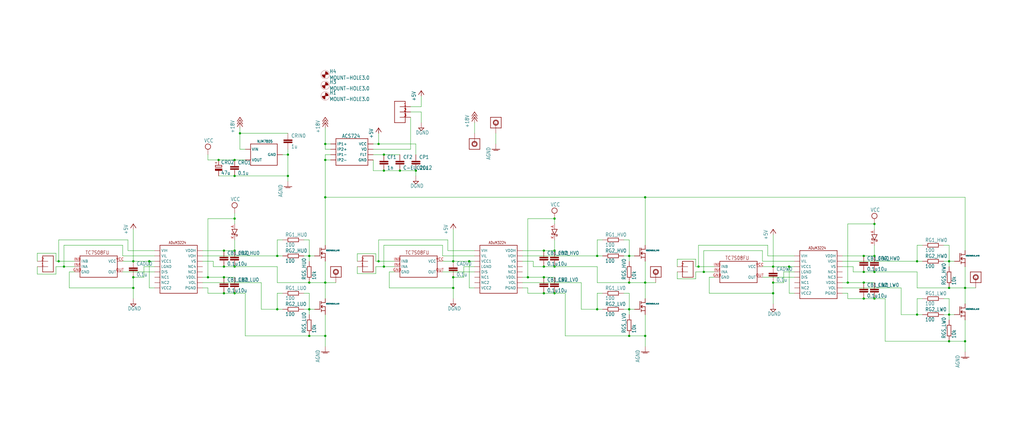
<source format=kicad_sch>
(kicad_sch (version 20211123) (generator eeschema)
  (paper "User" 487.807 210.007)
  (lib_symbols
    (symbol "motordriver_v3-eagle-import:+18V" (power)
      (property "Value" "+18V" (at -2.54 -5.08 90))
      (symbol "+18V_1_0"
        (pin power_in line (at 0 -2.54 90) (length 2.54) (name "+18V") (number "1"))
      )
    )
    (symbol "motordriver_v3-eagle-import:+5V" (power)
      (property "Value" "+5V" (at -2.54 -5.08 90))
      (symbol "+5V_1_0"
        (pin power_in line (at 0 -2.54 90) (length 2.54) (name "+5V") (number "1"))
      )
    )
    (symbol "motordriver_v3-eagle-import:ACS724"
      (symbol "ACS724_1_0"
        (pin bidirectional line (at 15.24 -7.62 180) (length 2.54) (name "FLT") (number "FLT"))
        (pin bidirectional line (at 15.24 -10.16 180) (length 2.54) (name "GND") (number "GND"))
        (pin bidirectional line (at -5.08 -2.54 0) (length 2.54) (name "IP1+") (number "IP1+"))
        (pin bidirectional line (at -5.08 -7.62 0) (length 2.54) (name "IP1-") (number "IP1-"))
        (pin bidirectional line (at -5.08 -5.08 0) (length 2.54) (name "IP2+") (number "IP2+"))
        (pin bidirectional line (at -5.08 -10.16 0) (length 2.54) (name "IP2-") (number "IP2-"))
        (pin bidirectional line (at 15.24 -2.54 180) (length 2.54) (name "VCC") (number "VCC"))
        (pin bidirectional line (at 15.24 -5.08 180) (length 2.54) (name "VO") (number "VO"))
      )
    )
    (symbol "motordriver_v3-eagle-import:ADUM3224"
      (symbol "ADUM3224_1_0"
        (text "ADuM3224" (at 4.064 3.048 0) (effects (font (size 1.27 1.0795)) (justify left bottom)))
        (pin bidirectional line (at -2.54 -10.16 0) (length 2.54) (name "DIS") (number "DIS"))
        (pin bidirectional line (at -2.54 -7.62 0) (length 2.54) (name "LGND") (number "LGND"))
        (pin bidirectional line (at -2.54 -12.7 0) (length 2.54) (name "NC1") (number "NC1"))
        (pin bidirectional line (at -2.54 -15.24 0) (length 2.54) (name "NC2") (number "NC2"))
        (pin bidirectional line (at 20.32 -10.16 180) (length 2.54) (name "NC3") (number "NC3"))
        (pin bidirectional line (at 20.32 -7.62 180) (length 2.54) (name "NC4") (number "NC4"))
        (pin bidirectional line (at 20.32 -17.78 180) (length 2.54) (name "PGND") (number "PGND"))
        (pin bidirectional line (at -2.54 -5.08 0) (length 2.54) (name "VCC1") (number "VCC1"))
        (pin bidirectional line (at -2.54 -17.78 0) (length 2.54) (name "VCC2") (number "VCC2"))
        (pin bidirectional line (at 20.32 0 180) (length 2.54) (name "VDDH") (number "VDDH"))
        (pin bidirectional line (at 20.32 -12.7 180) (length 2.54) (name "VDDL") (number "VDDL"))
        (pin bidirectional line (at -2.54 0 0) (length 2.54) (name "VIH") (number "VIH"))
        (pin bidirectional line (at -2.54 -2.54 0) (length 2.54) (name "VIL") (number "VIL"))
        (pin bidirectional line (at 20.32 -2.54 180) (length 2.54) (name "VOH") (number "VOH"))
        (pin bidirectional line (at 20.32 -15.24 180) (length 2.54) (name "VOL") (number "VOL"))
        (pin bidirectional line (at 20.32 -5.08 180) (length 2.54) (name "VS") (number "VS"))
      )
    )
    (symbol "motordriver_v3-eagle-import:AGND" (power)
      (property "Value" "AGND" (at -2.54 -5.08 90))
      (symbol "AGND_1_0"
        (pin power_in line (at 0 2.54 270) (length 2.54) (name "AGND") (number "1"))
      )
    )
    (symbol "motordriver_v3-eagle-import:B2B-XH-A"
      (symbol "B2B-XH-A_1_0"
        (pin bidirectional line (at 2.54 2.54 270) (length 5.08) (name "1") (number "1"))
        (pin bidirectional line (at 5.08 2.54 270) (length 5.08) (name "2") (number "2"))
      )
    )
    (symbol "motordriver_v3-eagle-import:B3B-XH-A"
      (symbol "B3B-XH-A_1_0"
        (pin bidirectional line (at -2.54 2.54 270) (length 5.08) (name "1") (number "1"))
        (pin bidirectional line (at 0 2.54 270) (length 5.08) (name "2") (number "2"))
        (pin bidirectional line (at 2.54 2.54 270) (length 5.08) (name "3") (number "3"))
      )
    )
    (symbol "motordriver_v3-eagle-import:C-EUC1608"
      (property "Reference" "C" (at 1.524 0.381 0))
      (property "Value" "C-EUC1608" (at 1.524 -4.699 0))
      (symbol "C-EUC1608_1_0"
        (pin passive line (at 0 2.54 270) (length 2.54) (name "1") (number "1"))
        (pin passive line (at 0 -5.08 90) (length 2.54) (name "2") (number "2"))
      )
    )
    (symbol "motordriver_v3-eagle-import:C-EUC2012"
      (property "Reference" "C" (at 1.524 0.381 0))
      (property "Value" "C-EUC2012" (at 1.524 -4.699 0))
      (symbol "C-EUC2012_1_0"
        (pin passive line (at 0 2.54 270) (length 2.54) (name "1") (number "1"))
        (pin passive line (at 0 -5.08 90) (length 2.54) (name "2") (number "2"))
      )
    )
    (symbol "motordriver_v3-eagle-import:C-EUC3225"
      (property "Reference" "C" (at 1.524 0.381 0))
      (property "Value" "C-EUC3225" (at 1.524 -4.699 0))
      (symbol "C-EUC3225_1_0"
        (pin passive line (at 0 2.54 270) (length 2.54) (name "1") (number "1"))
        (pin passive line (at 0 -5.08 90) (length 2.54) (name "2") (number "2"))
      )
    )
    (symbol "motordriver_v3-eagle-import:CPOL-EUE2-5"
      (property "Reference" "C" (at 1.143 0.4826 0))
      (property "Value" "CPOL-EUE2-5" (at 1.143 -4.5974 0))
      (symbol "CPOL-EUE2-5_1_0"
        (text "+" (at -0.5842 0.4064 900) (effects (font (size 1.27 1.0795)) (justify left bottom)))
        (pin passive line (at 0 2.54 270) (length 2.54) (name "+") (number "+"))
        (pin passive line (at 0 -5.08 90) (length 2.54) (name "-") (number "-"))
      )
    )
    (symbol "motordriver_v3-eagle-import:DGND" (power)
      (property "Value" "DGND" (at -2.667 -3.175 0))
      (symbol "DGND_1_0"
        (pin power_in line (at 0 2.54 270) (length 2.54) (name "DGND") (number "1"))
      )
    )
    (symbol "motordriver_v3-eagle-import:MOUNT-HOLE3.0"
      (property "Reference" "H" (at 2.032 0.5842 0))
      (property "Value" "MOUNT-HOLE3.0" (at 2.032 -2.4638 0))
    )
    (symbol "motordriver_v3-eagle-import:ND52N6SLG"
      (symbol "ND52N6SLG_1_0"
        (pin bidirectional line (at -5.08 -5.08 0) (length 0) (name "G") (number "1"))
        (pin bidirectional line (at 0 -7.62 0) (length 0) (name "S") (number "3"))
        (pin bidirectional line (at 0 0 0) (length 0) (name "D") (number "4"))
      )
    )
    (symbol "motordriver_v3-eagle-import:NJM7805SDL1"
      (symbol "NJM7805SDL1_1_0"
        (pin bidirectional line (at -2.54 -2.54 0) (length 2.54) (name "VIN") (number "1"))
        (pin bidirectional line (at 15.24 -5.08 180) (length 2.54) (name "GND") (number "2"))
        (pin bidirectional line (at -2.54 -7.62 0) (length 2.54) (name "VOUT") (number "3"))
      )
    )
    (symbol "motordriver_v3-eagle-import:PV-3"
      (symbol "PV-3_1_0"
        (pin bidirectional line (at 2.54 -7.62 90) (length 5.08) (name "P$1") (number "P$1"))
      )
    )
    (symbol "motordriver_v3-eagle-import:R-EU_R3216"
      (property "Reference" "R" (at -3.81 1.4986 0))
      (property "Value" "R-EU_R3216" (at -3.81 -3.302 0))
      (symbol "R-EU_R3216_1_0"
        (pin passive line (at -5.08 0 0) (length 2.54) (name "1") (number "1"))
        (pin passive line (at 5.08 0 180) (length 2.54) (name "2") (number "2"))
      )
    )
    (symbol "motordriver_v3-eagle-import:SBR1U200P1"
      (symbol "SBR1U200P1_1_0"
        (pin bidirectional line (at -2.54 0 0) (length 2.54) (name "A") (number "A"))
        (pin bidirectional line (at 5.08 0 180) (length 2.54) (name "K") (number "K"))
      )
    )
    (symbol "motordriver_v3-eagle-import:TC7S08FU"
      (symbol "TC7S08FU_1_0"
        (text "TC7S08FU" (at 2.54 3.048 0) (effects (font (size 1.778 1.5113)) (justify left bottom)))
        (pin bidirectional line (at -2.54 -5.08 0) (length 2.54) (name "GND") (number "GND"))
        (pin bidirectional line (at -2.54 -2.54 0) (length 2.54) (name "INA") (number "INA"))
        (pin bidirectional line (at -2.54 0 0) (length 2.54) (name "INB") (number "INB"))
        (pin bidirectional line (at 20.32 -5.08 180) (length 2.54) (name "OUT") (number "OUT"))
        (pin bidirectional line (at 20.32 0 180) (length 2.54) (name "VCC") (number "VCC"))
      )
    )
    (symbol "motordriver_v3-eagle-import:VCC" (power)
      (property "Value" "VCC" (at -1.905 3.175 0))
      (symbol "VCC_1_0"
        (pin power_in line (at 0 -2.54 90) (length 2.54) (name "VCC") (number "1"))
      )
    )
  )
  (junction (at 111.76 119.38))
  (junction (at 284.48 121.92))
  (junction (at 104.14 76.2))
  (junction (at 368.3 134.62))
  (junction (at 436.88 124.46))
  (junction (at 132.08 121.92))
  (junction (at 154.94 76.2))
  (junction (at 416.56 106.68))
  (junction (at 106.68 119.38))
  (junction (at 154.94 93.98))
  (junction (at 111.76 76.2))
  (junction (at 299.72 160.02))
  (junction (at 284.48 147.32))
  (junction (at 106.68 132.08))
  (junction (at 111.76 139.7))
  (junction (at 223.52 124.46))
  (junction (at 411.48 134.62))
  (junction (at 403.86 134.62))
  (junction (at 190.5 81.28))
  (junction (at 180.34 124.46))
  (junction (at 259.08 139.7))
  (junction (at 299.72 121.92))
  (junction (at 63.5 124.46))
  (junction (at 182.88 73.66))
  (junction (at 452.12 149.86))
  (junction (at 452.12 162.56))
  (junction (at 147.32 147.32))
  (junction (at 459.74 162.56))
  (junction (at 182.88 81.28))
  (junction (at 264.16 127))
  (junction (at 27.94 124.46))
  (junction (at 299.72 147.32))
  (junction (at 106.68 127))
  (junction (at 416.56 142.24))
  (junction (at 215.9 124.46))
  (junction (at 147.32 160.02))
  (junction (at 111.76 104.14))
  (junction (at 111.76 83.82))
  (junction (at 147.32 121.92))
  (junction (at 198.12 81.28))
  (junction (at 154.94 160.02))
  (junction (at 416.56 121.92))
  (junction (at 264.16 104.14))
  (junction (at 71.12 124.46))
  (junction (at 154.94 68.58))
  (junction (at 30.48 127))
  (junction (at 137.16 83.82))
  (junction (at 63.5 137.16))
  (junction (at 307.34 134.62))
  (junction (at 182.88 127))
  (junction (at 307.34 93.98))
  (junction (at 147.32 134.62))
  (junction (at 368.3 127))
  (junction (at 459.74 137.16))
  (junction (at 114.3 63.5))
  (junction (at 251.46 132.08))
  (junction (at 132.08 147.32))
  (junction (at 416.56 129.54))
  (junction (at 154.94 134.62))
  (junction (at 180.34 68.58))
  (junction (at 368.3 139.7))
  (junction (at 259.08 119.38))
  (junction (at 411.48 121.92))
  (junction (at 259.08 127))
  (junction (at 264.16 119.38))
  (junction (at 452.12 137.16))
  (junction (at 99.06 132.08))
  (junction (at 452.12 124.46))
  (junction (at 375.92 127))
  (junction (at 137.16 73.66))
  (junction (at 411.48 129.54))
  (junction (at 332.74 127))
  (junction (at 215.9 137.16))
  (junction (at 215.9 132.08))
  (junction (at 299.72 134.62))
  (junction (at 259.08 132.08))
  (junction (at 106.68 139.7))
  (junction (at 63.5 132.08))
  (junction (at 264.16 139.7))
  (junction (at 436.88 149.86))
  (junction (at 411.48 142.24))
  (junction (at 307.34 160.02))
  (junction (at 335.28 129.54))
  (junction (at 111.76 127))
  (wire (pts (xy 177.8 81.28) (xy 182.88 81.28)))
  (wire (pts (xy 170.18 130.302) (xy 179.07 130.302)))
  (wire (pts (xy 449.58 116.84) (xy 452.12 116.84)))
  (wire (pts (xy 368.3 111.76) (xy 368.3 127)))
  (wire (pts (xy 251.46 132.08) (xy 248.92 132.08)))
  (wire (pts (xy 337.82 139.7) (xy 368.3 139.7)))
  (wire (pts (xy 403.86 106.68) (xy 416.56 106.68)))
  (wire (pts (xy 284.48 121.92) (xy 287.02 121.92)))
  (wire (pts (xy 363.22 119.38) (xy 363.22 124.46)))
  (wire (pts (xy 452.12 149.86) (xy 454.66 149.86)))
  (wire (pts (xy 287.02 139.7) (xy 284.48 139.7)))
  (wire (pts (xy 307.34 93.98) (xy 459.74 93.98)))
  (wire (pts (xy 284.48 127) (xy 284.48 134.62)))
  (wire (pts (xy 101.6 127) (xy 106.68 127)))
  (wire (pts (xy 429.26 149.86) (xy 436.88 149.86)))
  (wire (pts (xy 459.74 137.16) (xy 459.74 144.78)))
  (wire (pts (xy 182.88 127) (xy 187.96 127)))
  (wire (pts (xy 226.06 127) (xy 220.98 127)))
  (wire (pts (xy 284.48 147.32) (xy 287.02 147.32)))
  (wire (pts (xy 459.74 93.98) (xy 459.74 119.38)))
  (wire (pts (xy 368.3 134.62) (xy 373.38 134.62)))
  (wire (pts (xy 154.94 76.2) (xy 154.94 93.98)))
  (wire (pts (xy 337.82 132.08) (xy 337.82 139.7)))
  (wire (pts (xy 180.34 124.46) (xy 187.96 124.46)))
  (wire (pts (xy 154.94 149.86) (xy 154.94 160.02)))
  (wire (pts (xy 411.48 142.24) (xy 416.56 142.24)))
  (wire (pts (xy 403.86 139.7) (xy 403.86 142.24)))
  (wire (pts (xy 147.32 160.02) (xy 154.94 160.02)))
  (wire (pts (xy 213.36 114.3) (xy 213.36 119.38)))
  (wire (pts (xy 101.6 124.46) (xy 101.6 127)))
  (wire (pts (xy 215.9 124.46) (xy 223.52 124.46)))
  (wire (pts (xy 134.62 114.3) (xy 132.08 114.3)))
  (wire (pts (xy 368.3 127) (xy 375.92 127)))
  (wire (pts (xy 299.72 147.32) (xy 299.72 149.86)))
  (wire (pts (xy 452.12 137.16) (xy 459.74 137.16)))
  (wire (pts (xy 299.72 121.92) (xy 302.26 121.92)))
  (wire (pts (xy 17.78 127) (xy 17.78 130.556)))
  (wire (pts (xy 179.07 130.302) (xy 179.07 127)))
  (wire (pts (xy 449.58 149.86) (xy 452.12 149.86)))
  (wire (pts (xy 299.72 139.7) (xy 299.72 147.32)))
  (wire (pts (xy 137.16 83.82) (xy 137.16 86.36)))
  (wire (pts (xy 269.24 160.02) (xy 299.72 160.02)))
  (wire (pts (xy 111.76 101.6) (xy 111.76 104.14)))
  (wire (pts (xy 259.08 127) (xy 264.16 127)))
  (wire (pts (xy 144.78 121.92) (xy 147.32 121.92)))
  (wire (pts (xy 363.22 132.08) (xy 378.46 132.08)))
  (wire (pts (xy 416.56 129.54) (xy 436.88 129.54)))
  (wire (pts (xy 111.76 139.7) (xy 116.84 139.7)))
  (wire (pts (xy 368.3 139.7) (xy 368.3 144.78)))
  (wire (pts (xy 63.5 109.22) (xy 63.5 124.46)))
  (wire (pts (xy 144.78 147.32) (xy 147.32 147.32)))
  (wire (pts (xy 132.08 147.32) (xy 134.62 147.32)))
  (wire (pts (xy 182.88 73.66) (xy 190.5 73.66)))
  (wire (pts (xy 68.58 132.08) (xy 68.58 127)))
  (wire (pts (xy 210.82 116.84) (xy 210.82 121.92)))
  (wire (pts (xy 299.72 121.92) (xy 299.72 124.46)))
  (wire (pts (xy 116.84 76.2) (xy 111.76 76.2)))
  (wire (pts (xy 132.08 121.92) (xy 134.62 121.92)))
  (wire (pts (xy 297.18 139.7) (xy 299.72 139.7)))
  (wire (pts (xy 297.18 121.92) (xy 299.72 121.92)))
  (wire (pts (xy 363.22 124.46) (xy 378.46 124.46)))
  (wire (pts (xy 299.72 114.3) (xy 299.72 121.92)))
  (wire (pts (xy 154.94 124.46) (xy 154.94 134.62)))
  (wire (pts (xy 114.3 63.5) (xy 114.3 71.12)))
  (wire (pts (xy 26.67 130.556) (xy 26.67 127)))
  (wire (pts (xy 200.66 53.34) (xy 195.58 53.34)))
  (wire (pts (xy 401.32 137.16) (xy 429.26 137.16)))
  (wire (pts (xy 251.46 139.7) (xy 259.08 139.7)))
  (wire (pts (xy 170.18 124.46) (xy 170.18 120.904)))
  (wire (pts (xy 17.78 124.46) (xy 17.78 120.65)))
  (wire (pts (xy 200.66 50.8) (xy 200.66 45.72)))
  (wire (pts (xy 27.94 114.3) (xy 60.96 114.3)))
  (wire (pts (xy 111.76 127) (xy 132.08 127)))
  (wire (pts (xy 248.92 137.16) (xy 251.46 137.16)))
  (wire (pts (xy 73.66 127) (xy 68.58 127)))
  (wire (pts (xy 215.9 137.16) (xy 215.9 142.24)))
  (wire (pts (xy 411.48 129.54) (xy 416.56 129.54)))
  (wire (pts (xy 297.18 114.3) (xy 299.72 114.3)))
  (wire (pts (xy 134.62 73.66) (xy 137.16 73.66)))
  (wire (pts (xy 429.26 137.16) (xy 429.26 149.86)))
  (wire (pts (xy 147.32 121.92) (xy 147.32 124.46)))
  (wire (pts (xy 248.92 119.38) (xy 259.08 119.38)))
  (wire (pts (xy 63.5 132.08) (xy 63.5 137.16)))
  (wire (pts (xy 365.76 121.92) (xy 378.46 121.92)))
  (wire (pts (xy 200.66 53.34) (xy 200.66 58.42)))
  (wire (pts (xy 99.06 76.2) (xy 104.14 76.2)))
  (wire (pts (xy 99.06 104.14) (xy 111.76 104.14)))
  (wire (pts (xy 71.12 124.46) (xy 73.66 124.46)))
  (wire (pts (xy 17.78 120.65) (xy 26.67 120.65)))
  (wire (pts (xy 58.42 121.92) (xy 73.66 121.92)))
  (wire (pts (xy 137.16 71.12) (xy 137.16 73.66)))
  (wire (pts (xy 157.48 76.2) (xy 154.94 76.2)))
  (wire (pts (xy 114.3 60.96) (xy 114.3 63.5)))
  (wire (pts (xy 213.36 119.38) (xy 226.06 119.38)))
  (wire (pts (xy 248.92 134.62) (xy 276.86 134.62)))
  (wire (pts (xy 106.68 139.7) (xy 111.76 139.7)))
  (wire (pts (xy 26.67 120.65) (xy 26.67 124.46)))
  (wire (pts (xy 154.94 160.02) (xy 154.94 165.1)))
  (wire (pts (xy 401.32 124.46) (xy 436.88 124.46)))
  (wire (pts (xy 99.06 104.14) (xy 99.06 132.08)))
  (wire (pts (xy 99.06 137.16) (xy 99.06 139.7)))
  (wire (pts (xy 180.34 68.58) (xy 198.12 68.58)))
  (wire (pts (xy 99.06 73.66) (xy 99.06 76.2)))
  (wire (pts (xy 368.3 134.62) (xy 368.3 139.7)))
  (wire (pts (xy 331.47 132.842) (xy 331.47 129.54)))
  (wire (pts (xy 226.06 58.42) (xy 226.06 63.5)))
  (wire (pts (xy 185.42 137.16) (xy 215.9 137.16)))
  (wire (pts (xy 170.18 120.904) (xy 179.07 120.904)))
  (wire (pts (xy 195.58 50.8) (xy 200.66 50.8)))
  (wire (pts (xy 439.42 116.84) (xy 436.88 116.84)))
  (wire (pts (xy 132.08 114.3) (xy 132.08 121.92)))
  (wire (pts (xy 340.36 132.08) (xy 337.82 132.08)))
  (wire (pts (xy 96.52 121.92) (xy 132.08 121.92)))
  (wire (pts (xy 378.46 129.54) (xy 373.38 129.54)))
  (wire (pts (xy 60.96 114.3) (xy 60.96 119.38)))
  (wire (pts (xy 96.52 119.38) (xy 106.68 119.38)))
  (wire (pts (xy 132.08 139.7) (xy 132.08 147.32)))
  (wire (pts (xy 264.16 104.14) (xy 264.16 106.68)))
  (wire (pts (xy 331.47 129.54) (xy 335.28 129.54)))
  (wire (pts (xy 406.4 127) (xy 406.4 129.54)))
  (wire (pts (xy 187.96 129.54) (xy 185.42 129.54)))
  (wire (pts (xy 375.92 127) (xy 378.46 127)))
  (wire (pts (xy 58.42 116.84) (xy 58.42 121.92)))
  (wire (pts (xy 335.28 119.38) (xy 363.22 119.38)))
  (wire (pts (xy 180.34 63.5) (xy 180.34 68.58)))
  (wire (pts (xy 210.82 129.54) (xy 226.06 129.54)))
  (wire (pts (xy 30.48 127) (xy 30.48 116.84)))
  (wire (pts (xy 331.47 127) (xy 332.74 127)))
  (wire (pts (xy 124.46 147.32) (xy 132.08 147.32)))
  (wire (pts (xy 439.42 142.24) (xy 436.88 142.24)))
  (wire (pts (xy 17.78 130.556) (xy 26.67 130.556)))
  (wire (pts (xy 111.76 119.38) (xy 111.76 114.3)))
  (wire (pts (xy 332.74 127) (xy 340.36 127)))
  (wire (pts (xy 179.07 120.904) (xy 179.07 124.46)))
  (wire (pts (xy 449.58 142.24) (xy 452.12 142.24)))
  (wire (pts (xy 375.92 139.7) (xy 378.46 139.7)))
  (wire (pts (xy 215.9 132.08) (xy 215.9 137.16)))
  (wire (pts (xy 116.84 139.7) (xy 116.84 160.02)))
  (wire (pts (xy 154.94 68.58) (xy 157.48 68.58)))
  (wire (pts (xy 259.08 119.38) (xy 264.16 119.38)))
  (wire (pts (xy 269.24 139.7) (xy 269.24 160.02)))
  (wire (pts (xy 322.58 129.54) (xy 322.58 132.842)))
  (wire (pts (xy 335.28 129.54) (xy 335.28 119.38)))
  (wire (pts (xy 299.72 147.32) (xy 302.26 147.32)))
  (wire (pts (xy 99.06 132.08) (xy 106.68 132.08)))
  (wire (pts (xy 215.9 132.08) (xy 220.98 132.08)))
  (wire (pts (xy 147.32 134.62) (xy 154.94 134.62)))
  (wire (pts (xy 459.74 137.16) (xy 464.82 137.16)))
  (wire (pts (xy 259.08 139.7) (xy 264.16 139.7)))
  (wire (pts (xy 134.62 139.7) (xy 132.08 139.7)))
  (wire (pts (xy 177.8 76.2) (xy 177.8 81.28)))
  (wire (pts (xy 124.46 134.62) (xy 124.46 147.32)))
  (wire (pts (xy 416.56 121.92) (xy 416.56 116.84)))
  (wire (pts (xy 406.4 129.54) (xy 411.48 129.54)))
  (wire (pts (xy 452.12 116.84) (xy 452.12 124.46)))
  (wire (pts (xy 147.32 114.3) (xy 147.32 121.92)))
  (wire (pts (xy 116.84 160.02) (xy 147.32 160.02)))
  (wire (pts (xy 307.34 134.62) (xy 312.42 134.62)))
  (wire (pts (xy 154.94 93.98) (xy 307.34 93.98)))
  (wire (pts (xy 375.92 127) (xy 375.92 139.7)))
  (wire (pts (xy 236.22 63.5) (xy 236.22 68.58)))
  (wire (pts (xy 106.68 119.38) (xy 111.76 119.38)))
  (wire (pts (xy 179.07 124.46) (xy 180.34 124.46)))
  (wire (pts (xy 284.48 134.62) (xy 299.72 134.62)))
  (wire (pts (xy 449.58 124.46) (xy 452.12 124.46)))
  (wire (pts (xy 332.74 127) (xy 332.74 116.84)))
  (wire (pts (xy 421.64 162.56) (xy 452.12 162.56)))
  (wire (pts (xy 71.12 124.46) (xy 71.12 137.16)))
  (wire (pts (xy 307.34 160.02) (xy 307.34 165.1)))
  (wire (pts (xy 106.68 132.08) (xy 111.76 132.08)))
  (wire (pts (xy 307.34 124.46) (xy 307.34 134.62)))
  (wire (pts (xy 180.34 114.3) (xy 213.36 114.3)))
  (wire (pts (xy 27.94 124.46) (xy 27.94 114.3)))
  (wire (pts (xy 403.86 134.62) (xy 411.48 134.62)))
  (wire (pts (xy 180.34 68.58) (xy 177.8 68.58)))
  (wire (pts (xy 147.32 139.7) (xy 147.32 147.32)))
  (wire (pts (xy 331.47 123.444) (xy 331.47 127)))
  (wire (pts (xy 154.94 73.66) (xy 154.94 76.2)))
  (wire (pts (xy 180.34 124.46) (xy 180.34 114.3)))
  (wire (pts (xy 254 127) (xy 259.08 127)))
  (wire (pts (xy 436.88 124.46) (xy 439.42 124.46)))
  (wire (pts (xy 307.34 134.62) (xy 307.34 142.24)))
  (wire (pts (xy 223.52 124.46) (xy 223.52 137.16)))
  (wire (pts (xy 299.72 134.62) (xy 307.34 134.62)))
  (wire (pts (xy 30.48 116.84) (xy 58.42 116.84)))
  (wire (pts (xy 132.08 134.62) (xy 147.32 134.62)))
  (wire (pts (xy 58.42 124.46) (xy 63.5 124.46)))
  (wire (pts (xy 63.5 137.16) (xy 63.5 142.24)))
  (wire (pts (xy 297.18 147.32) (xy 299.72 147.32)))
  (wire (pts (xy 264.16 119.38) (xy 264.16 114.3)))
  (wire (pts (xy 287.02 114.3) (xy 284.48 114.3)))
  (wire (pts (xy 33.02 137.16) (xy 63.5 137.16)))
  (wire (pts (xy 403.86 134.62) (xy 401.32 134.62)))
  (wire (pts (xy 154.94 68.58) (xy 154.94 71.12)))
  (wire (pts (xy 182.88 81.28) (xy 190.5 81.28)))
  (wire (pts (xy 195.58 55.88) (xy 195.58 71.12)))
  (wire (pts (xy 147.32 147.32) (xy 147.32 149.86)))
  (wire (pts (xy 63.5 124.46) (xy 71.12 124.46)))
  (wire (pts (xy 401.32 127) (xy 406.4 127)))
  (wire (pts (xy 177.8 71.12) (xy 195.58 71.12)))
  (wire (pts (xy 403.86 142.24) (xy 411.48 142.24)))
  (wire (pts (xy 33.02 129.54) (xy 33.02 137.16)))
  (wire (pts (xy 185.42 129.54) (xy 185.42 137.16)))
  (wire (pts (xy 403.86 106.68) (xy 403.86 134.62)))
  (wire (pts (xy 254 124.46) (xy 254 127)))
  (wire (pts (xy 452.12 142.24) (xy 452.12 149.86)))
  (wire (pts (xy 26.67 124.46) (xy 27.94 124.46)))
  (wire (pts (xy 147.32 121.92) (xy 149.86 121.92)))
  (wire (pts (xy 26.67 127) (xy 30.48 127)))
  (wire (pts (xy 251.46 104.14) (xy 251.46 132.08)))
  (wire (pts (xy 157.48 73.66) (xy 154.94 73.66)))
  (wire (pts (xy 251.46 137.16) (xy 251.46 139.7)))
  (wire (pts (xy 182.88 116.84) (xy 210.82 116.84)))
  (wire (pts (xy 401.32 121.92) (xy 411.48 121.92)))
  (wire (pts (xy 436.88 149.86) (xy 439.42 149.86)))
  (wire (pts (xy 170.18 127) (xy 170.18 130.302)))
  (wire (pts (xy 248.92 121.92) (xy 284.48 121.92)))
  (wire (pts (xy 411.48 134.62) (xy 416.56 134.62)))
  (wire (pts (xy 114.3 63.5) (xy 137.16 63.5)))
  (wire (pts (xy 182.88 127) (xy 182.88 116.84)))
  (wire (pts (xy 284.48 114.3) (xy 284.48 121.92)))
  (wire (pts (xy 111.76 104.14) (xy 111.76 106.68)))
  (wire (pts (xy 154.94 134.62) (xy 154.94 142.24)))
  (wire (pts (xy 307.34 149.86) (xy 307.34 160.02)))
  (wire (pts (xy 436.88 142.24) (xy 436.88 149.86)))
  (wire (pts (xy 96.52 124.46) (xy 101.6 124.46)))
  (wire (pts (xy 373.38 134.62) (xy 373.38 129.54)))
  (wire (pts (xy 284.48 139.7) (xy 284.48 147.32)))
  (wire (pts (xy 416.56 106.68) (xy 416.56 109.22)))
  (wire (pts (xy 248.92 124.46) (xy 254 124.46)))
  (wire (pts (xy 421.64 142.24) (xy 421.64 162.56)))
  (wire (pts (xy 27.94 124.46) (xy 35.56 124.46)))
  (wire (pts (xy 365.76 116.84) (xy 365.76 121.92)))
  (wire (pts (xy 436.88 116.84) (xy 436.88 124.46)))
  (wire (pts (xy 299.72 160.02) (xy 307.34 160.02)))
  (wire (pts (xy 276.86 147.32) (xy 284.48 147.32)))
  (wire (pts (xy 452.12 124.46) (xy 454.66 124.46)))
  (wire (pts (xy 198.12 68.58) (xy 198.12 73.66)))
  (wire (pts (xy 177.8 73.66) (xy 182.88 73.66)))
  (wire (pts (xy 99.06 139.7) (xy 106.68 139.7)))
  (wire (pts (xy 322.58 127) (xy 322.58 123.444)))
  (wire (pts (xy 144.78 139.7) (xy 147.32 139.7)))
  (wire (pts (xy 114.3 71.12) (xy 116.84 71.12)))
  (wire (pts (xy 147.32 147.32) (xy 149.86 147.32)))
  (wire (pts (xy 106.68 127) (xy 111.76 127)))
  (wire (pts (xy 144.78 114.3) (xy 147.32 114.3)))
  (wire (pts (xy 452.12 149.86) (xy 452.12 152.4)))
  (wire (pts (xy 322.58 123.444) (xy 331.47 123.444)))
  (wire (pts (xy 459.74 152.4) (xy 459.74 162.56)))
  (wire (pts (xy 179.07 127) (xy 182.88 127)))
  (wire (pts (xy 104.14 83.82) (xy 111.76 83.82)))
  (wire (pts (xy 60.96 119.38) (xy 73.66 119.38)))
  (wire (pts (xy 58.42 129.54) (xy 73.66 129.54)))
  (wire (pts (xy 63.5 132.08) (xy 68.58 132.08)))
  (wire (pts (xy 436.88 129.54) (xy 436.88 137.16)))
  (wire (pts (xy 264.16 127) (xy 284.48 127)))
  (wire (pts (xy 223.52 124.46) (xy 226.06 124.46)))
  (wire (pts (xy 215.9 109.22) (xy 215.9 124.46)))
  (wire (pts (xy 436.88 137.16) (xy 452.12 137.16)))
  (wire (pts (xy 251.46 104.14) (xy 264.16 104.14)))
  (wire (pts (xy 401.32 139.7) (xy 403.86 139.7)))
  (wire (pts (xy 96.52 137.16) (xy 99.06 137.16)))
  (wire (pts (xy 220.98 132.08) (xy 220.98 127)))
  (wire (pts (xy 223.52 137.16) (xy 226.06 137.16)))
  (wire (pts (xy 416.56 142.24) (xy 421.64 142.24)))
  (wire (pts (xy 111.76 76.2) (xy 104.14 76.2)))
  (wire (pts (xy 307.34 93.98) (xy 307.34 116.84)))
  (wire (pts (xy 30.48 127) (xy 35.56 127)))
  (wire (pts (xy 154.94 71.12) (xy 157.48 71.12)))
  (wire (pts (xy 264.16 139.7) (xy 269.24 139.7)))
  (wire (pts (xy 335.28 129.54) (xy 340.36 129.54)))
  (wire (pts (xy 452.12 162.56) (xy 459.74 162.56)))
  (wire (pts (xy 198.12 81.28) (xy 198.12 83.82)))
  (wire (pts (xy 259.08 132.08) (xy 264.16 132.08)))
  (wire (pts (xy 137.16 73.66) (xy 137.16 83.82)))
  (wire (pts (xy 190.5 81.28) (xy 198.12 81.28)))
  (wire (pts (xy 459.74 162.56) (xy 459.74 167.64)))
  (wire (pts (xy 210.82 121.92) (xy 226.06 121.92)))
  (wire (pts (xy 99.06 132.08) (xy 96.52 132.08)))
  (wire (pts (xy 35.56 129.54) (xy 33.02 129.54)))
  (wire (pts (xy 459.74 127) (xy 459.74 137.16)))
  (wire (pts (xy 132.08 127) (xy 132.08 134.62)))
  (wire (pts (xy 332.74 116.84) (xy 365.76 116.84)))
  (wire (pts (xy 96.52 134.62) (xy 124.46 134.62)))
  (wire (pts (xy 210.82 124.46) (xy 215.9 124.46)))
  (wire (pts (xy 154.94 60.96) (xy 154.94 68.58)))
  (wire (pts (xy 154.94 134.62) (xy 160.02 134.62)))
  (wire (pts (xy 411.48 121.92) (xy 416.56 121.92)))
  (wire (pts (xy 276.86 134.62) (xy 276.86 147.32)))
  (wire (pts (xy 71.12 137.16) (xy 73.66 137.16)))
  (wire (pts (xy 452.12 124.46) (xy 452.12 127)))
  (wire (pts (xy 111.76 83.82) (xy 137.16 83.82)))
  (wire (pts (xy 363.22 127) (xy 368.3 127)))
  (wire (pts (xy 322.58 132.842) (xy 331.47 132.842)))
  (wire (pts (xy 154.94 93.98) (xy 154.94 116.84)))
  (wire (pts (xy 251.46 132.08) (xy 259.08 132.08)))
  (symbol (lib_id "motordriver_v3-eagle-import:R-EU_R3216") (at 292.1 139.7 0) (unit 1)
    (property "Reference" "RG1_LV0" (at 288.29 138.2014 0) (effects (font (size 1.778 1.5113)) (justify left bottom)))
    (property "Value" "100" (at 288.29 143.002 0) (effects (font (size 1.778 1.5113)) (justify left bottom)))
    (property "Footprint" "motordriver_v3:R3216" (effects hide))
  )
  (symbol (lib_id "motordriver_v3-eagle-import:DGND") (at 215.9 144.78 0) (unit 1)
    (property "Reference" "#SUPPLY6" (effects hide))
    (property "Value" "DGND" (at 213.233 147.955 0) (effects (font (size 1.778 1.5113)) (justify left bottom)))
    (property "Footprint" "motordriver_v3:" (effects hide))
  )
  (symbol (lib_id "motordriver_v3-eagle-import:AGND") (at 307.34 167.64 0) (unit 1)
    (property "Reference" "#AGND3" (effects hide))
    (property "Value" "AGND" (at 304.8 172.72 90) (effects (font (size 1.778 1.5113)) (justify left bottom)))
    (property "Footprint" "motordriver_v3:" (effects hide))
  )
  (symbol (lib_id "motordriver_v3-eagle-import:C-EUC2012") (at 411.48 124.46 0) (unit 1)
    (property "Reference" "CB1_HW0" (at 413.004 124.079 0) (effects (font (size 1.778 1.5113)) (justify left bottom)))
    (property "Value" "0.1u" (at 413.004 129.159 0) (effects (font (size 1.778 1.5113)) (justify left bottom)))
    (property "Footprint" "motordriver_v3:C2012" (effects hide))
  )
  (symbol (lib_id "motordriver_v3-eagle-import:R-EU_R3216") (at 444.5 124.46 0) (unit 1)
    (property "Reference" "RG2_HW0" (at 440.69 122.9614 0) (effects (font (size 1.778 1.5113)) (justify left bottom)))
    (property "Value" "100" (at 440.69 127.762 0) (effects (font (size 1.778 1.5113)) (justify left bottom)))
    (property "Footprint" "motordriver_v3:R3216" (effects hide))
  )
  (symbol (lib_id "motordriver_v3-eagle-import:R-EU_R3216") (at 444.5 142.24 0) (unit 1)
    (property "Reference" "RG1_LW0" (at 440.69 140.7414 0) (effects (font (size 1.778 1.5113)) (justify left bottom)))
    (property "Value" "100" (at 440.69 145.542 0) (effects (font (size 1.778 1.5113)) (justify left bottom)))
    (property "Footprint" "motordriver_v3:R3216" (effects hide))
  )
  (symbol (lib_id "motordriver_v3-eagle-import:CPOL-EUE2-5") (at 104.14 78.74 0) (unit 1)
    (property "Reference" "CRO2" (at 105.283 78.2574 0) (effects (font (size 1.778 1.5113)) (justify left bottom)))
    (property "Value" "47u" (at 105.283 83.3374 0) (effects (font (size 1.778 1.5113)) (justify left bottom)))
    (property "Footprint" "motordriver_v3:E2-5" (effects hide))
  )
  (symbol (lib_id "motordriver_v3-eagle-import:R-EU_R3216") (at 452.12 132.08 90) (unit 1)
    (property "Reference" "RGS_HW0" (at 450.6214 135.89 0) (effects (font (size 1.778 1.5113)) (justify left bottom)))
    (property "Value" "10k" (at 455.422 135.89 0) (effects (font (size 1.778 1.5113)) (justify left bottom)))
    (property "Footprint" "motordriver_v3:R3216" (effects hide))
  )
  (symbol (lib_id "motordriver_v3-eagle-import:MOUNT-HOLE3.0") (at 154.94 40.64 0) (unit 1)
    (property "Reference" "H3" (at 156.972 40.0558 0) (effects (font (size 1.778 1.5113)) (justify left bottom)))
    (property "Value" "MOUNT-HOLE3.0" (at 156.972 43.1038 0) (effects (font (size 1.778 1.5113)) (justify left bottom)))
    (property "Footprint" "motordriver_v3:3,0" (effects hide))
  )
  (symbol (lib_id "motordriver_v3-eagle-import:R-EU_R3216") (at 147.32 129.54 90) (unit 1)
    (property "Reference" "RGS_HU0" (at 145.8214 133.35 0) (effects (font (size 1.778 1.5113)) (justify left bottom)))
    (property "Value" "10k" (at 150.622 133.35 0) (effects (font (size 1.778 1.5113)) (justify left bottom)))
    (property "Footprint" "motordriver_v3:R3216" (effects hide))
  )
  (symbol (lib_id "motordriver_v3-eagle-import:PV-3") (at 228.6 71.12 180) (unit 1)
    (property "Reference" "U$1" (effects hide))
    (property "Value" "PV-3" (effects hide))
    (property "Footprint" "motordriver_v3:PV-3" (effects hide))
  )
  (symbol (lib_id "motordriver_v3-eagle-import:C-EUC2012") (at 215.9 127 0) (unit 1)
    (property "Reference" "CADV0" (at 217.424 126.619 0) (effects (font (size 1.778 1.5113)) (justify left bottom)))
    (property "Value" "0.1u" (at 217.424 131.699 0) (effects (font (size 1.778 1.5113)) (justify left bottom)))
    (property "Footprint" "motordriver_v3:C2012" (effects hide))
  )
  (symbol (lib_id "motordriver_v3-eagle-import:TC7S08FU") (at 342.9 127 0) (unit 1)
    (property "Reference" "U$12" (effects hide))
    (property "Value" "TC7S08FU" (effects hide))
    (property "Footprint" "motordriver_v3:TC7S08FU" (effects hide))
  )
  (symbol (lib_id "motordriver_v3-eagle-import:R-EU_R3216") (at 444.5 149.86 0) (unit 1)
    (property "Reference" "RG2_LW0" (at 440.69 148.3614 0) (effects (font (size 1.778 1.5113)) (justify left bottom)))
    (property "Value" "100" (at 440.69 153.162 0) (effects (font (size 1.778 1.5113)) (justify left bottom)))
    (property "Footprint" "motordriver_v3:R3216" (effects hide))
  )
  (symbol (lib_id "motordriver_v3-eagle-import:R-EU_R3216") (at 139.7 121.92 0) (unit 1)
    (property "Reference" "RG2_HU0" (at 135.89 120.4214 0) (effects (font (size 1.778 1.5113)) (justify left bottom)))
    (property "Value" "100" (at 135.89 125.222 0) (effects (font (size 1.778 1.5113)) (justify left bottom)))
    (property "Footprint" "motordriver_v3:R3216" (effects hide))
  )
  (symbol (lib_id "motordriver_v3-eagle-import:+5V") (at 368.3 109.22 0) (unit 1)
    (property "Reference" "#P+7" (effects hide))
    (property "Value" "+5V" (at 365.76 114.3 90) (effects (font (size 1.778 1.5113)) (justify left bottom)))
    (property "Footprint" "motordriver_v3:" (effects hide))
  )
  (symbol (lib_id "motordriver_v3-eagle-import:B3B-XH-A") (at 193.04 53.34 270) (unit 1)
    (property "Reference" "U$4" (effects hide))
    (property "Value" "B3B-XH-A" (effects hide))
    (property "Footprint" "motordriver_v3:B3B-XH-A" (effects hide))
  )
  (symbol (lib_id "motordriver_v3-eagle-import:PV-3") (at 157.48 127 0) (unit 1)
    (property "Reference" "U$14" (effects hide))
    (property "Value" "PV-3" (effects hide))
    (property "Footprint" "motordriver_v3:PV-3" (effects hide))
  )
  (symbol (lib_id "motordriver_v3-eagle-import:AGND") (at 236.22 71.12 0) (unit 1)
    (property "Reference" "#AGND5" (effects hide))
    (property "Value" "AGND" (at 233.68 76.2 90) (effects (font (size 1.778 1.5113)) (justify left bottom)))
    (property "Footprint" "motordriver_v3:" (effects hide))
  )
  (symbol (lib_id "motordriver_v3-eagle-import:DGND") (at 200.66 60.96 0) (unit 1)
    (property "Reference" "#SUPPLY2" (effects hide))
    (property "Value" "DGND" (at 197.993 64.135 0) (effects (font (size 1.778 1.5113)) (justify left bottom)))
    (property "Footprint" "motordriver_v3:" (effects hide))
  )
  (symbol (lib_id "motordriver_v3-eagle-import:+5V") (at 180.34 60.96 0) (unit 1)
    (property "Reference" "#P+3" (effects hide))
    (property "Value" "+5V" (at 177.8 66.04 90) (effects (font (size 1.778 1.5113)) (justify left bottom)))
    (property "Footprint" "motordriver_v3:" (effects hide))
  )
  (symbol (lib_id "motordriver_v3-eagle-import:B2B-XH-A") (at 20.32 129.54 90) (unit 1)
    (property "Reference" "U$2" (effects hide))
    (property "Value" "B2B-XH-A" (effects hide))
    (property "Footprint" "motordriver_v3:B2B-XH-A" (effects hide))
  )
  (symbol (lib_id "motordriver_v3-eagle-import:R-EU_R3216") (at 444.5 116.84 0) (unit 1)
    (property "Reference" "RG1_HW0" (at 440.69 115.3414 0) (effects (font (size 1.778 1.5113)) (justify left bottom)))
    (property "Value" "100" (at 440.69 120.142 0) (effects (font (size 1.778 1.5113)) (justify left bottom)))
    (property "Footprint" "motordriver_v3:R3216" (effects hide))
  )
  (symbol (lib_id "motordriver_v3-eagle-import:AGND") (at 459.74 170.18 0) (unit 1)
    (property "Reference" "#AGND4" (effects hide))
    (property "Value" "AGND" (at 457.2 175.26 90) (effects (font (size 1.778 1.5113)) (justify left bottom)))
    (property "Footprint" "motordriver_v3:" (effects hide))
  )
  (symbol (lib_id "motordriver_v3-eagle-import:C-EUC2012") (at 63.5 127 0) (unit 1)
    (property "Reference" "CADU0" (at 65.024 126.619 0) (effects (font (size 1.778 1.5113)) (justify left bottom)))
    (property "Value" "0.1u" (at 65.024 131.699 0) (effects (font (size 1.778 1.5113)) (justify left bottom)))
    (property "Footprint" "motordriver_v3:C2012" (effects hide))
  )
  (symbol (lib_id "motordriver_v3-eagle-import:R-EU_R3216") (at 147.32 154.94 90) (unit 1)
    (property "Reference" "RGS_LU0" (at 145.8214 158.75 0) (effects (font (size 1.778 1.5113)) (justify left bottom)))
    (property "Value" "10k" (at 150.622 158.75 0) (effects (font (size 1.778 1.5113)) (justify left bottom)))
    (property "Footprint" "motordriver_v3:R3216" (effects hide))
  )
  (symbol (lib_id "motordriver_v3-eagle-import:B2B-XH-A") (at 325.12 132.08 90) (unit 1)
    (property "Reference" "U$13" (effects hide))
    (property "Value" "B2B-XH-A" (effects hide))
    (property "Footprint" "motordriver_v3:B2B-XH-A" (effects hide))
  )
  (symbol (lib_id "motordriver_v3-eagle-import:SBR1U200P1") (at 111.76 109.22 270) (unit 1)
    (property "Reference" "SBD_U0" (effects hide))
    (property "Value" "SBR1U200P1" (effects hide))
    (property "Footprint" "motordriver_v3:SBR1U200P1" (effects hide))
  )
  (symbol (lib_id "motordriver_v3-eagle-import:TC7S08FU") (at 38.1 124.46 0) (unit 1)
    (property "Reference" "U$5" (effects hide))
    (property "Value" "TC7S08FU" (effects hide))
    (property "Footprint" "motordriver_v3:TC7S08FU" (effects hide))
  )
  (symbol (lib_id "motordriver_v3-eagle-import:SBR1U200P1") (at 416.56 111.76 270) (unit 1)
    (property "Reference" "U$11" (effects hide))
    (property "Value" "SBR1U200P1" (effects hide))
    (property "Footprint" "motordriver_v3:SBR1U200P1" (effects hide))
  )
  (symbol (lib_id "motordriver_v3-eagle-import:ADUM3224") (at 76.2 119.38 0) (unit 1)
    (property "Reference" "ADUM3224_U0" (effects hide))
    (property "Value" "ADUM3224" (effects hide))
    (property "Footprint" "motordriver_v3:SO16" (effects hide))
  )
  (symbol (lib_id "motordriver_v3-eagle-import:C-EUC2012") (at 190.5 76.2 0) (unit 1)
    (property "Reference" "CF2" (at 192.024 75.819 0) (effects (font (size 1.778 1.5113)) (justify left bottom)))
    (property "Value" "C-EUC2012" (at 192.024 80.899 0) (effects (font (size 1.778 1.5113)) (justify left bottom)))
    (property "Footprint" "motordriver_v3:C2012" (effects hide))
  )
  (symbol (lib_id "motordriver_v3-eagle-import:DGND") (at 198.12 86.36 0) (unit 1)
    (property "Reference" "#SUPPLY1" (effects hide))
    (property "Value" "DGND" (at 195.453 89.535 0) (effects (font (size 1.778 1.5113)) (justify left bottom)))
    (property "Footprint" "motordriver_v3:" (effects hide))
  )
  (symbol (lib_id "motordriver_v3-eagle-import:AGND") (at 137.16 88.9 0) (unit 1)
    (property "Reference" "#AGND2" (effects hide))
    (property "Value" "AGND" (at 134.62 93.98 90) (effects (font (size 1.778 1.5113)) (justify left bottom)))
    (property "Footprint" "motordriver_v3:" (effects hide))
  )
  (symbol (lib_id "motordriver_v3-eagle-import:DGND") (at 368.3 147.32 0) (unit 1)
    (property "Reference" "#SUPPLY8" (effects hide))
    (property "Value" "DGND" (at 365.633 150.495 0) (effects (font (size 1.778 1.5113)) (justify left bottom)))
    (property "Footprint" "motordriver_v3:" (effects hide))
  )
  (symbol (lib_id "motordriver_v3-eagle-import:ADUM3224") (at 228.6 119.38 0) (unit 1)
    (property "Reference" "ADUM3224_V0" (effects hide))
    (property "Value" "ADUM3224" (effects hide))
    (property "Footprint" "motordriver_v3:SO16" (effects hide))
  )
  (symbol (lib_id "motordriver_v3-eagle-import:SBR1U200P1") (at 264.16 109.22 270) (unit 1)
    (property "Reference" "SBD_V0" (effects hide))
    (property "Value" "SBR1U200P1" (effects hide))
    (property "Footprint" "motordriver_v3:SBR1U200P1" (effects hide))
  )
  (symbol (lib_id "motordriver_v3-eagle-import:+18V") (at 154.94 58.42 0) (unit 1)
    (property "Reference" "#P+2" (effects hide))
    (property "Value" "+18V" (at 152.4 63.5 90) (effects (font (size 1.778 1.5113)) (justify left bottom)))
    (property "Footprint" "motordriver_v3:" (effects hide))
  )
  (symbol (lib_id "motordriver_v3-eagle-import:R-EU_R3216") (at 139.7 139.7 0) (unit 1)
    (property "Reference" "RG1_LU0" (at 135.89 138.2014 0) (effects (font (size 1.778 1.5113)) (justify left bottom)))
    (property "Value" "100" (at 135.89 143.002 0) (effects (font (size 1.778 1.5113)) (justify left bottom)))
    (property "Footprint" "motordriver_v3:R3216" (effects hide))
  )
  (symbol (lib_id "motordriver_v3-eagle-import:R-EU_R3216") (at 299.72 129.54 90) (unit 1)
    (property "Reference" "RGS_HV0" (at 298.2214 133.35 0) (effects (font (size 1.778 1.5113)) (justify left bottom)))
    (property "Value" "10k" (at 303.022 133.35 0) (effects (font (size 1.778 1.5113)) (justify left bottom)))
    (property "Footprint" "motordriver_v3:R3216" (effects hide))
  )
  (symbol (lib_id "motordriver_v3-eagle-import:B2B-XH-A") (at 172.72 129.54 90) (unit 1)
    (property "Reference" "U$9" (effects hide))
    (property "Value" "B2B-XH-A" (effects hide))
    (property "Footprint" "motordriver_v3:B2B-XH-A" (effects hide))
  )
  (symbol (lib_id "motordriver_v3-eagle-import:ND52N6SLG") (at 459.74 144.78 0) (unit 1)
    (property "Reference" "ND52N6SLG_WL0" (at 459.994 147.574 0) (effects (font (size 0.6096 0.5181)) (justify left bottom)))
    (property "Value" "ND52N6SLG" (effects hide))
    (property "Footprint" "motordriver_v3:TO252" (effects hide))
  )
  (symbol (lib_id "motordriver_v3-eagle-import:ND52N6SLG") (at 459.74 119.38 0) (unit 1)
    (property "Reference" "ND52N6SLG_WH0" (at 459.994 122.174 0) (effects (font (size 0.6096 0.5181)) (justify left bottom)))
    (property "Value" "ND52N6SLG" (effects hide))
    (property "Footprint" "motordriver_v3:TO252" (effects hide))
  )
  (symbol (lib_id "motordriver_v3-eagle-import:+5V") (at 200.66 43.18 0) (unit 1)
    (property "Reference" "#P+1" (effects hide))
    (property "Value" "+5V" (at 198.12 48.26 90) (effects (font (size 1.778 1.5113)) (justify left bottom)))
    (property "Footprint" "motordriver_v3:" (effects hide))
  )
  (symbol (lib_id "motordriver_v3-eagle-import:C-EUC3225") (at 416.56 137.16 0) (unit 1)
    (property "Reference" "CB2_LW0" (at 418.084 136.779 0) (effects (font (size 1.778 1.5113)) (justify left bottom)))
    (property "Value" "10u" (at 418.084 141.859 0) (effects (font (size 1.778 1.5113)) (justify left bottom)))
    (property "Footprint" "motordriver_v3:C3225" (effects hide))
  )
  (symbol (lib_id "motordriver_v3-eagle-import:C-EUC2012") (at 368.3 129.54 0) (unit 1)
    (property "Reference" "CADW0" (at 369.824 129.159 0) (effects (font (size 1.778 1.5113)) (justify left bottom)))
    (property "Value" "0.1u" (at 369.824 134.239 0) (effects (font (size 1.778 1.5113)) (justify left bottom)))
    (property "Footprint" "motordriver_v3:C2012" (effects hide))
  )
  (symbol (lib_id "motordriver_v3-eagle-import:TC7S08FU") (at 190.5 124.46 0) (unit 1)
    (property "Reference" "U$8" (effects hide))
    (property "Value" "TC7S08FU" (effects hide))
    (property "Footprint" "motordriver_v3:TC7S08FU" (effects hide))
  )
  (symbol (lib_id "motordriver_v3-eagle-import:ND52N6SLG") (at 154.94 142.24 0) (unit 1)
    (property "Reference" "ND52N6SLG_UL0" (at 155.194 145.034 0) (effects (font (size 0.6096 0.5181)) (justify left bottom)))
    (property "Value" "ND52N6SLG" (effects hide))
    (property "Footprint" "motordriver_v3:TO252" (effects hide))
  )
  (symbol (lib_id "motordriver_v3-eagle-import:VCC") (at 111.76 99.06 0) (unit 1)
    (property "Reference" "#SUPPLY5" (effects hide))
    (property "Value" "VCC" (at 109.855 95.885 0) (effects (font (size 1.778 1.5113)) (justify left bottom)))
    (property "Footprint" "motordriver_v3:" (effects hide))
  )
  (symbol (lib_id "motordriver_v3-eagle-import:C-EUC2012") (at 106.68 134.62 0) (unit 1)
    (property "Reference" "CB1_LU0" (at 108.204 134.239 0) (effects (font (size 1.778 1.5113)) (justify left bottom)))
    (property "Value" "0.1u" (at 108.204 139.319 0) (effects (font (size 1.778 1.5113)) (justify left bottom)))
    (property "Footprint" "motordriver_v3:C2012" (effects hide))
  )
  (symbol (lib_id "motordriver_v3-eagle-import:AGND") (at 154.94 167.64 0) (unit 1)
    (property "Reference" "#AGND1" (effects hide))
    (property "Value" "AGND" (at 152.4 172.72 90) (effects (font (size 1.778 1.5113)) (justify left bottom)))
    (property "Footprint" "motordriver_v3:" (effects hide))
  )
  (symbol (lib_id "motordriver_v3-eagle-import:R-EU_R3216") (at 139.7 147.32 0) (unit 1)
    (property "Reference" "RG2_LU0" (at 135.89 145.8214 0) (effects (font (size 1.778 1.5113)) (justify left bottom)))
    (property "Value" "100" (at 135.89 150.622 0) (effects (font (size 1.778 1.5113)) (justify left bottom)))
    (property "Footprint" "motordriver_v3:R3216" (effects hide))
  )
  (symbol (lib_id "motordriver_v3-eagle-import:C-EUC2012") (at 411.48 137.16 0) (unit 1)
    (property "Reference" "CB1_LW0" (at 413.004 136.779 0) (effects (font (size 1.778 1.5113)) (justify left bottom)))
    (property "Value" "0.1u" (at 413.004 141.859 0) (effects (font (size 1.778 1.5113)) (justify left bottom)))
    (property "Footprint" "motordriver_v3:C2012" (effects hide))
  )
  (symbol (lib_id "motordriver_v3-eagle-import:C-EUC3225") (at 111.76 134.62 0) (unit 1)
    (property "Reference" "CB2_LU0" (at 113.284 134.239 0) (effects (font (size 1.778 1.5113)) (justify left bottom)))
    (property "Value" "10u" (at 113.284 139.319 0) (effects (font (size 1.778 1.5113)) (justify left bottom)))
    (property "Footprint" "motordriver_v3:C3225" (effects hide))
  )
  (symbol (lib_id "motordriver_v3-eagle-import:R-EU_R3216") (at 299.72 154.94 90) (unit 1)
    (property "Reference" "RGS_LV0" (at 298.2214 158.75 0) (effects (font (size 1.778 1.5113)) (justify left bottom)))
    (property "Value" "10k" (at 303.022 158.75 0) (effects (font (size 1.778 1.5113)) (justify left bottom)))
    (property "Footprint" "motordriver_v3:R3216" (effects hide))
  )
  (symbol (lib_id "motordriver_v3-eagle-import:C-EUC1608") (at 182.88 76.2 0) (unit 1)
    (property "Reference" "CF1" (at 184.404 75.819 0) (effects (font (size 1.778 1.5113)) (justify left bottom)))
    (property "Value" "1n" (at 184.404 80.899 0) (effects (font (size 1.778 1.5113)) (justify left bottom)))
    (property "Footprint" "motordriver_v3:C1608" (effects hide))
  )
  (symbol (lib_id "motordriver_v3-eagle-import:R-EU_R3216") (at 292.1 147.32 0) (unit 1)
    (property "Reference" "RG2_LV0" (at 288.29 145.8214 0) (effects (font (size 1.778 1.5113)) (justify left bottom)))
    (property "Value" "100" (at 288.29 150.622 0) (effects (font (size 1.778 1.5113)) (justify left bottom)))
    (property "Footprint" "motordriver_v3:R3216" (effects hide))
  )
  (symbol (lib_id "motordriver_v3-eagle-import:VCC") (at 264.16 101.6 0) (unit 1)
    (property "Reference" "#SUPPLY7" (effects hide))
    (property "Value" "VCC" (at 262.255 98.425 0) (effects (font (size 1.778 1.5113)) (justify left bottom)))
    (property "Footprint" "motordriver_v3:" (effects hide))
  )
  (symbol (lib_id "motordriver_v3-eagle-import:ADUM3224") (at 381 121.92 0) (unit 1)
    (property "Reference" "U$10" (effects hide))
    (property "Value" "ADUM3224" (effects hide))
    (property "Footprint" "motordriver_v3:SO16" (effects hide))
  )
  (symbol (lib_id "motordriver_v3-eagle-import:C-EUC3225") (at 111.76 121.92 0) (unit 1)
    (property "Reference" "CB2_HU0" (at 113.284 121.539 0) (effects (font (size 1.778 1.5113)) (justify left bottom)))
    (property "Value" "10u" (at 113.284 126.619 0) (effects (font (size 1.778 1.5113)) (justify left bottom)))
    (property "Footprint" "motordriver_v3:C3225" (effects hide))
  )
  (symbol (lib_id "motordriver_v3-eagle-import:ACS724") (at 162.56 66.04 0) (unit 1)
    (property "Reference" "ACS724" (at 162.814 65.786 0) (effects (font (size 1.778 1.5113)) (justify left bottom)))
    (property "Value" "ACS724" (effects hide))
    (property "Footprint" "motordriver_v3:ACS724" (effects hide))
  )
  (symbol (lib_id "motordriver_v3-eagle-import:C-EUC2012") (at 137.16 66.04 0) (unit 1)
    (property "Reference" "CRIN0" (at 138.684 65.659 0) (effects (font (size 1.778 1.5113)) (justify left bottom)))
    (property "Value" "1u" (at 138.684 70.739 0) (effects (font (size 1.778 1.5113)) (justify left bottom)))
    (property "Footprint" "motordriver_v3:C2012" (effects hide))
  )
  (symbol (lib_id "motordriver_v3-eagle-import:MOUNT-HOLE3.0") (at 154.94 35.56 0) (unit 1)
    (property "Reference" "H4" (at 156.972 34.9758 0) (effects (font (size 1.778 1.5113)) (justify left bottom)))
    (property "Value" "MOUNT-HOLE3.0" (at 156.972 38.0238 0) (effects (font (size 1.778 1.5113)) (justify left bottom)))
    (property "Footprint" "motordriver_v3:3,0" (effects hide))
  )
  (symbol (lib_id "motordriver_v3-eagle-import:R-EU_R3216") (at 292.1 114.3 0) (unit 1)
    (property "Reference" "RG1_HV0" (at 288.29 112.8014 0) (effects (font (size 1.778 1.5113)) (justify left bottom)))
    (property "Value" "100" (at 288.29 117.602 0) (effects (font (size 1.778 1.5113)) (justify left bottom)))
    (property "Footprint" "motordriver_v3:R3216" (effects hide))
  )
  (symbol (lib_id "motordriver_v3-eagle-import:C-EUC2012") (at 111.76 78.74 0) (unit 1)
    (property "Reference" "CRO1" (at 113.284 78.359 0) (effects (font (size 1.778 1.5113)) (justify left bottom)))
    (property "Value" "0.1u" (at 113.284 83.439 0) (effects (font (size 1.778 1.5113)) (justify left bottom)))
    (property "Footprint" "motordriver_v3:C2012" (effects hide))
  )
  (symbol (lib_id "motordriver_v3-eagle-import:R-EU_R3216") (at 292.1 121.92 0) (unit 1)
    (property "Reference" "RG2_HV0" (at 288.29 120.4214 0) (effects (font (size 1.778 1.5113)) (justify left bottom)))
    (property "Value" "100" (at 288.29 125.222 0) (effects (font (size 1.778 1.5113)) (justify left bottom)))
    (property "Footprint" "motordriver_v3:R3216" (effects hide))
  )
  (symbol (lib_id "motordriver_v3-eagle-import:R-EU_R3216") (at 452.12 157.48 90) (unit 1)
    (property "Reference" "RGS_LW0" (at 450.6214 161.29 0) (effects (font (size 1.778 1.5113)) (justify left bottom)))
    (property "Value" "10k" (at 455.422 161.29 0) (effects (font (size 1.778 1.5113)) (justify left bottom)))
    (property "Footprint" "motordriver_v3:R3216" (effects hide))
  )
  (symbol (lib_id "motordriver_v3-eagle-import:VCC") (at 99.06 71.12 0) (unit 1)
    (property "Reference" "#SUPPLY4" (effects hide))
    (property "Value" "VCC" (at 97.155 67.945 0) (effects (font (size 1.778 1.5113)) (justify left bottom)))
    (property "Footprint" "motordriver_v3:" (effects hide))
  )
  (symbol (lib_id "motordriver_v3-eagle-import:+5V") (at 63.5 106.68 0) (unit 1)
    (property "Reference" "#P+5" (effects hide))
    (property "Value" "+5V" (at 60.96 111.76 90) (effects (font (size 1.778 1.5113)) (justify left bottom)))
    (property "Footprint" "motordriver_v3:" (effects hide))
  )
  (symbol (lib_id "motordriver_v3-eagle-import:VCC") (at 416.56 104.14 0) (unit 1)
    (property "Reference" "#SUPPLY9" (effects hide))
    (property "Value" "VCC" (at 414.655 100.965 0) (effects (font (size 1.778 1.5113)) (justify left bottom)))
    (property "Footprint" "motordriver_v3:" (effects hide))
  )
  (symbol (lib_id "motordriver_v3-eagle-import:PV-3") (at 233.68 55.88 0) (unit 1)
    (property "Reference" "U$7" (effects hide))
    (property "Value" "PV-3" (effects hide))
    (property "Footprint" "motordriver_v3:PV-3" (effects hide))
  )
  (symbol (lib_id "motordriver_v3-eagle-import:R-EU_R3216") (at 139.7 114.3 0) (unit 1)
    (property "Reference" "RG1_HU0" (at 135.89 112.8014 0) (effects (font (size 1.778 1.5113)) (justify left bottom)))
    (property "Value" "100" (at 135.89 117.602 0) (effects (font (size 1.778 1.5113)) (justify left bottom)))
    (property "Footprint" "motordriver_v3:R3216" (effects hide))
  )
  (symbol (lib_id "motordriver_v3-eagle-import:C-EUC3225") (at 264.16 121.92 0) (unit 1)
    (property "Reference" "CB2_HV0" (at 265.684 121.539 0) (effects (font (size 1.778 1.5113)) (justify left bottom)))
    (property "Value" "10u" (at 265.684 126.619 0) (effects (font (size 1.778 1.5113)) (justify left bottom)))
    (property "Footprint" "motordriver_v3:C3225" (effects hide))
  )
  (symbol (lib_id "motordriver_v3-eagle-import:ND52N6SLG") (at 307.34 142.24 0) (unit 1)
    (property "Reference" "ND52N6SLG_VL0" (at 307.594 145.034 0) (effects (font (size 0.6096 0.5181)) (justify left bottom)))
    (property "Value" "ND52N6SLG" (effects hide))
    (property "Footprint" "motordriver_v3:TO252" (effects hide))
  )
  (symbol (lib_id "motordriver_v3-eagle-import:+18V") (at 226.06 55.88 0) (unit 1)
    (property "Reference" "#P+8" (effects hide))
    (property "Value" "+18V" (at 223.52 60.96 90) (effects (font (size 1.778 1.5113)) (justify left bottom)))
    (property "Footprint" "motordriver_v3:" (effects hide))
  )
  (symbol (lib_id "motordriver_v3-eagle-import:+18V") (at 114.3 58.42 0) (unit 1)
    (property "Reference" "#P+4" (effects hide))
    (property "Value" "+18V" (at 111.76 63.5 90) (effects (font (size 1.778 1.5113)) (justify left bottom)))
    (property "Footprint" "motordriver_v3:" (effects hide))
  )
  (symbol (lib_id "motordriver_v3-eagle-import:PV-3") (at 309.88 127 0) (unit 1)
    (property "Reference" "U$15" (effects hide))
    (property "Value" "PV-3" (effects hide))
    (property "Footprint" "motordriver_v3:PV-3" (effects hide))
  )
  (symbol (lib_id "motordriver_v3-eagle-import:MOUNT-HOLE3.0") (at 154.94 45.72 0) (unit 1)
    (property "Reference" "H1" (at 156.972 45.1358 0) (effects (font (size 1.778 1.5113)) (justify left bottom)))
    (property "Value" "MOUNT-HOLE3.0" (at 156.972 48.1838 0) (effects (font (size 1.778 1.5113)) (justify left bottom)))
    (property "Footprint" "motordriver_v3:3,0" (effects hide))
  )
  (symbol (lib_id "motordriver_v3-eagle-import:C-EUC2012") (at 106.68 121.92 0) (unit 1)
    (property "Reference" "CB1_HU0" (at 108.204 121.539 0) (effects (font (size 1.778 1.5113)) (justify left bottom)))
    (property "Value" "0.1u" (at 108.204 126.619 0) (effects (font (size 1.778 1.5113)) (justify left bottom)))
    (property "Footprint" "motordriver_v3:C2012" (effects hide))
  )
  (symbol (lib_id "motordriver_v3-eagle-import:+5V") (at 215.9 106.68 0) (unit 1)
    (property "Reference" "#P+6" (effects hide))
    (property "Value" "+5V" (at 213.36 111.76 90) (effects (font (size 1.778 1.5113)) (justify left bottom)))
    (property "Footprint" "motordriver_v3:" (effects hide))
  )
  (symbol (lib_id "motordriver_v3-eagle-import:C-EUC2012") (at 259.08 134.62 0) (unit 1)
    (property "Reference" "CB1_LV0" (at 260.604 134.239 0) (effects (font (size 1.778 1.5113)) (justify left bottom)))
    (property "Value" "0.1u" (at 260.604 139.319 0) (effects (font (size 1.778 1.5113)) (justify left bottom)))
    (property "Footprint" "motordriver_v3:C2012" (effects hide))
  )
  (symbol (lib_id "motordriver_v3-eagle-import:ND52N6SLG") (at 154.94 116.84 0) (unit 1)
    (property "Reference" "ND52N6SLG_UH0" (at 155.194 119.634 0) (effects (font (size 0.6096 0.5181)) (justify left bottom)))
    (property "Value" "ND52N6SLG" (effects hide))
    (property "Footprint" "motordriver_v3:TO252" (effects hide))
  )
  (symbol (lib_id "motordriver_v3-eagle-import:ND52N6SLG") (at 307.34 116.84 0) (unit 1)
    (property "Reference" "ND52N6SLG_VH0" (at 307.594 119.634 0) (effects (font (size 0.6096 0.5181)) (justify left bottom)))
    (property "Value" "ND52N6SLG" (effects hide))
    (property "Footprint" "motordriver_v3:TO252" (effects hide))
  )
  (symbol (lib_id "motordriver_v3-eagle-import:C-EUC3225") (at 264.16 134.62 0) (unit 1)
    (property "Reference" "CB2_LV0" (at 265.684 134.239 0) (effects (font (size 1.778 1.5113)) (justify left bottom)))
    (property "Value" "10u" (at 265.684 139.319 0) (effects (font (size 1.778 1.5113)) (justify left bottom)))
    (property "Footprint" "motordriver_v3:C3225" (effects hide))
  )
  (symbol (lib_id "motordriver_v3-eagle-import:C-EUC2012") (at 259.08 121.92 0) (unit 1)
    (property "Reference" "CB1_HV0" (at 260.604 121.539 0) (effects (font (size 1.778 1.5113)) (justify left bottom)))
    (property "Value" "0.1u" (at 260.604 126.619 0) (effects (font (size 1.778 1.5113)) (justify left bottom)))
    (property "Footprint" "motordriver_v3:C2012" (effects hide))
  )
  (symbol (lib_id "motordriver_v3-eagle-import:DGND") (at 63.5 144.78 0) (unit 1)
    (property "Reference" "#SUPPLY3" (effects hide))
    (property "Value" "DGND" (at 60.833 147.955 0) (effects (font (size 1.778 1.5113)) (justify left bottom)))
    (property "Footprint" "motordriver_v3:" (effects hide))
  )
  (symbol (lib_id "motordriver_v3-eagle-import:NJM7805SDL1") (at 119.38 68.58 0) (unit 1)
    (property "Reference" "NJM7805" (at 122.428 68.072 0) (effects (font (size 1.27 1.0795)) (justify left bottom)))
    (property "Value" "NJM7805SDL1" (effects hide))
    (property "Footprint" "motordriver_v3:TO252" (effects hide))
  )
  (symbol (lib_id "motordriver_v3-eagle-import:C-EUC2012") (at 198.12 76.2 0) (unit 1)
    (property "Reference" "CP1" (at 199.644 75.819 0) (effects (font (size 1.778 1.5113)) (justify left bottom)))
    (property "Value" "01u" (at 199.644 80.899 0) (effects (font (size 1.778 1.5113)) (justify left bottom)))
    (property "Footprint" "motordriver_v3:C2012" (effects hide))
  )
  (symbol (lib_id "motordriver_v3-eagle-import:C-EUC3225") (at 416.56 124.46 0) (unit 1)
    (property "Reference" "CB2_HW0" (at 418.084 124.079 0) (effects (font (size 1.778 1.5113)) (justify left bottom)))
    (property "Value" "10u" (at 418.084 129.159 0) (effects (font (size 1.778 1.5113)) (justify left bottom)))
    (property "Footprint" "motordriver_v3:C3225" (effects hide))
  )
  (symbol (lib_id "motordriver_v3-eagle-import:PV-3") (at 462.28 129.54 0) (unit 1)
    (property "Reference" "U$16" (effects hide))
    (property "Value" "PV-3" (effects hide))
    (property "Footprint" "motordriver_v3:PV-3" (effects hide))
  )
)
</source>
